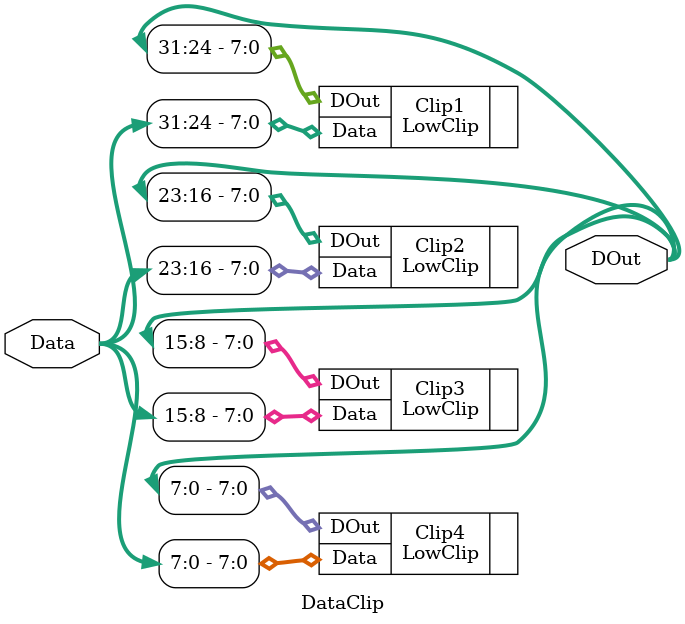
<source format=v>
module DataClip(Data, DOut);
   input [31:0] Data;
	output [31:0] DOut;
	 
	wire[31:0] DOut;
	/*
	wire[7:0] temp1;
	wire[7:0] temp2;
	wire[7:0] temp3;
	wire[7:0] temp4;
	wire[31:0] unite;
	*/
	
	LowClip Clip1(.Data(Data[31:24]), .DOut(DOut[31:24]));
	LowClip Clip2(.Data(Data[23:16]), .DOut(DOut[23:16]));
	LowClip Clip3(.Data(Data[15:8]), .DOut(DOut[15:8]));
	LowClip Clip4(.Data(Data[7:0]), .DOut(DOut[7:0]));
	
	/*
	assign temp1 = ((Data[31:24] < 8'h10) ? 8'h10 : Data[31:24]);
	assign temp2 = ((Data[23:16] < 8'h10) ? 8'h10 : Data[23:16]);
	assign temp3 = ((Data[15:8] < 8'h10) ? 8'h10 : Data[15:8]);
	assign temp4 = ((Data[7:0] < 8'h10) ? 8'h10 : Data[7:0]);
	assign unite = {temp1, temp2, temp3, temp3};
	assign DOut = unite & 32'hF0F0F0F0;*/
endmodule

</source>
